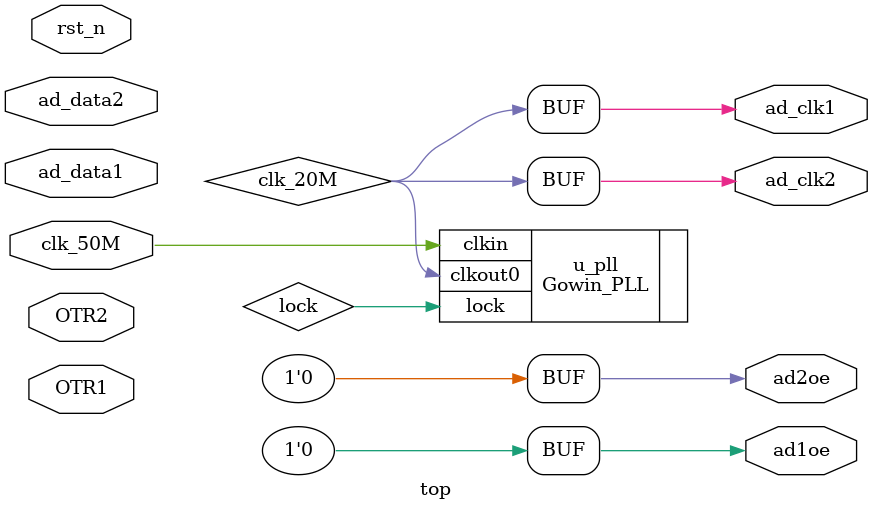
<source format=v>
module top(
   input  wire clk_50M ,
   input  wire rst_n ,
   output wire ad_clk1 /* synthesis PAP_MARK_DEBUG="true" */,
   output wire ad_clk2 /* synthesis PAP_MARK_DEBUG="true" */,
   input  wire [9:0]ad_data1 /* synthesis PAP_MARK_DEBUG="true" */,
   input  wire [9:0]ad_data2 /* synthesis PAP_MARK_DEBUG="true" */,
   output wire ad1oe /* synthesis PAP_MARK_DEBUG="true" */,
   output wire ad2oe /* synthesis PAP_MARK_DEBUG="true" */,
   input wire OTR1   /* synthesis PAP_MARK_DEBUG="true" */,
   input wire OTR2   /* synthesis PAP_MARK_DEBUG="true" */

   );

wire lock ;
reg  [7:0]cnt ;
wire clk_20M;

assign ad_clk1 = clk_20M ;
assign ad_clk2 = clk_20M ;

assign ad1oe = 0;
assign ad2oe = 0;

// ad_clock u_pll (
//   .clkin1(clk_50M),        // input
//   .pll_lock(lock),    // output
//   .clkout0(clk_20M)       // output
// );

Gowin_PLL u_pll(
        .lock(lock), //output lock
        .clkout0(clk_20M), //output clkout0
        .clkin(clk_50M) //input clkin
    );
endmodule
</source>
